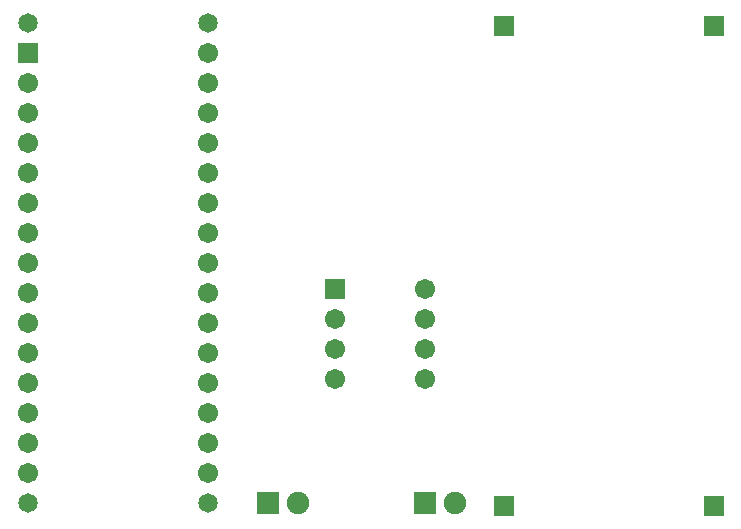
<source format=gbr>
G04 DipTrace 3.1.0.1*
G04 BottomMask.gbr*
%MOIN*%
G04 #@! TF.FileFunction,Soldermask,Bot*
G04 #@! TF.Part,Single*
%ADD24C,0.065*%
%ADD34C,0.074929*%
%ADD36R,0.074929X0.074929*%
%ADD42C,0.067055*%
%ADD44R,0.067055X0.067055*%
%FSLAX26Y26*%
G04*
G70*
G90*
G75*
G01*
G04 BotMask*
%LPD*%
D44*
X1613357Y1325810D3*
D42*
Y1225810D3*
Y1125810D3*
Y1025810D3*
X1913357D3*
Y1125810D3*
Y1225810D3*
Y1325810D3*
D44*
X588357Y2113310D3*
D42*
Y2013310D3*
Y1913310D3*
Y1813310D3*
Y1713310D3*
Y1613310D3*
Y1513310D3*
Y1413310D3*
Y1313310D3*
Y1213310D3*
Y1113310D3*
Y1013310D3*
Y913310D3*
Y813310D3*
Y713310D3*
X1188357D3*
Y813310D3*
Y913310D3*
Y1013310D3*
Y1113310D3*
Y1213310D3*
Y1313310D3*
Y1413310D3*
Y1513310D3*
Y1613310D3*
Y1713310D3*
Y1813310D3*
Y1913310D3*
Y2013310D3*
Y2113310D3*
D24*
X588357Y2213310D3*
X1188357D3*
Y613310D3*
X588357D3*
D44*
X2175857Y600810D3*
Y2200810D3*
X2875857Y600810D3*
Y2200810D3*
D36*
X1388357Y613310D3*
D34*
X1488357D3*
D36*
X1913357D3*
D34*
X2013357D3*
M02*

</source>
